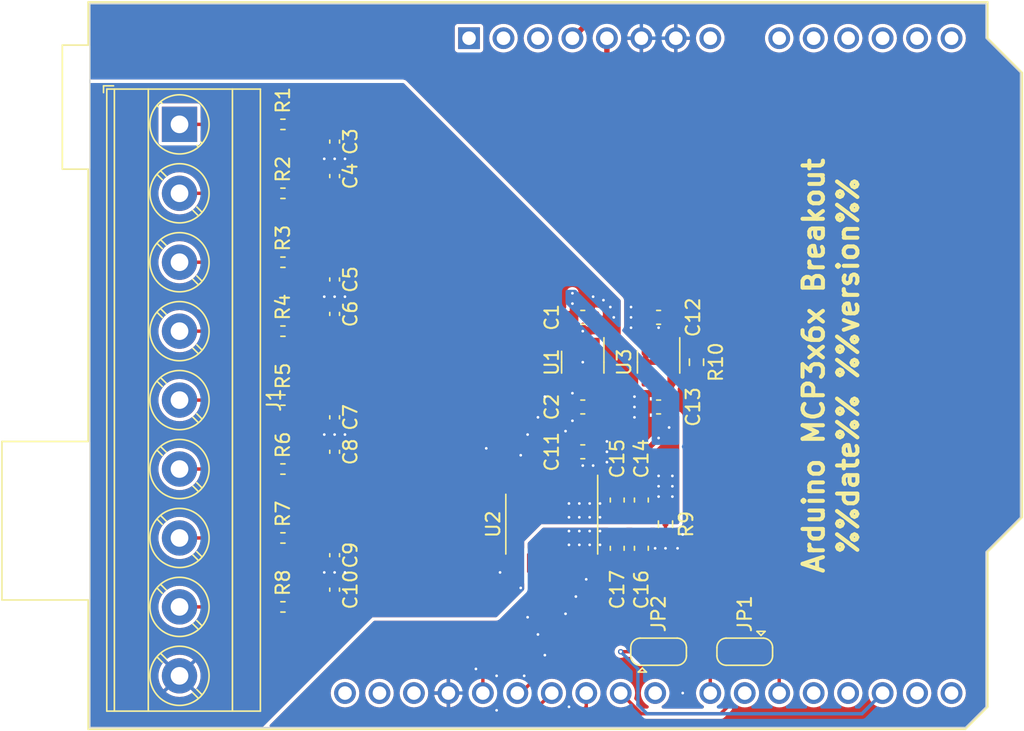
<source format=kicad_pcb>
(kicad_pcb (version 20221018) (generator pcbnew)
  (title_block (title "Arduino MCP3x6xR Breakout") (date "2023-10-10") (company "Stefan Herold") (comment 1 "https://github.com/nerdyscout/Arduino_MCP3x6x_Library/pcb/Arduino") (comment 2 "UNO") (comment 4 "CERN-OHL-S-2.0"))
  (layers (0 "F.Cu" signal) (31 "B.Cu" signal) (34 "B.Paste" user) (35 "F.Paste" user) (36 "B.SilkS" user "B.Silkscreen") (37 "F.SilkS" user "F.Silkscreen") (38 "B.Mask" user) (39 "F.Mask" user) (44 "Edge.Cuts" user))
  (net 0 "")
  (net 4 "VDD")
  (net 5 "+5V")
  (net 15 "Net-(A1-Pad17)")
  (net 18 "Net-(A1-Pad20)")
  (net 20 "unconnected-(A1-Pad24)")
  (net 22 "GNDD")
  (net 23 "/MCLK")
  (net 24 "/IRQ")
  (net 25 "/SS")
  (net 26 "/MOSI")
  (net 27 "/MISO")
  (net 28 "/SCK")
  (net 31 "VDDA")
  (net 32 "GNDA")
  (net 33 "Net-(C11-Pad1)")
  (net 34 "Net-(C3-Pad1)")
  (net 35 "Net-(C4-Pad2)")
  (net 36 "Net-(C5-Pad1)")
  (net 37 "Net-(C6-Pad2)")
  (net 38 "Net-(C7-Pad1)")
  (net 39 "Net-(C8-Pad2)")
  (net 40 "Net-(C9-Pad1)")
  (net 41 "Net-(C10-Pad2)")
  (net 44 "Net-(A1-Pad22)")
  (net 46 "Net-(J1-Pad1)")
  (net 47 "Net-(J1-Pad2)")
  (net 48 "Net-(J1-Pad3)")
  (net 49 "Net-(J1-Pad4)")
  (net 50 "Net-(J1-Pad5)")
  (net 51 "Net-(J1-Pad6)")
  (net 52 "Net-(J1-Pad7)")
  (net 53 "Net-(J1-Pad8)")
  (footprint "Capacitor_SMD:C_0603_1608Metric" (layer "F.Cu") (at 140.97 103.124 180)
    (fp_text reference "C12" (at -2.54 0 90) (layer "F.SilkS"))
    (fp_text value "100n")
    (pad "1" smd roundrect (at -0.775 0 180) (size 0.9 0.95) (layers "F.Cu" "F.Paste" "F.Mask") (net 5 "+5V"))
    (pad "2" smd roundrect (at 0.775 0 180) (size 0.9 0.95) (layers "F.Cu" "F.Paste" "F.Mask") (net 22 "GNDD"))
  )
  (footprint "Resistor_SMD:R_0402_1005Metric" (layer "F.Cu") (at 113.286 99.06)
    (fp_text reference "R3" (at 0 -1.778 90) (layer "F.SilkS"))
    (fp_text value "1k")
    (pad "1" smd roundrect (at -0.51 0) (size 0.54 0.64) (layers "F.Cu" "F.Paste" "F.Mask") (net 48 "Net-(J1-Pad3)"))
    (pad "2" smd roundrect (at 0.51 0) (size 0.54 0.64) (layers "F.Cu" "F.Paste" "F.Mask") (net 36 "Net-(C5-Pad1)"))
  )
  (footprint "Capacitor_SMD:C_0402_1005Metric" (layer "F.Cu") (at 117.096 120.65 -90)
    (fp_text reference "C9" (at 0 -1.16 90) (layer "F.SilkS"))
    (fp_text value "10p")
    (pad "1" smd roundrect (at -0.48 0 270) (size 0.56 0.62) (layers "F.Cu" "F.Paste" "F.Mask") (net 40 "Net-(C9-Pad1)"))
    (pad "2" smd roundrect (at 0.48 0 270) (size 0.56 0.62) (layers "F.Cu" "F.Paste" "F.Mask") (net 32 "GNDA"))
  )
  (footprint "Capacitor_SMD:C_0402_1005Metric" (layer "F.Cu") (at 117.096 100.33 -90)
    (fp_text reference "C5" (at 0 -1.16 90) (layer "F.SilkS"))
    (fp_text value "10p")
    (pad "1" smd roundrect (at -0.48 0 270) (size 0.56 0.62) (layers "F.Cu" "F.Paste" "F.Mask") (net 36 "Net-(C5-Pad1)"))
    (pad "2" smd roundrect (at 0.48 0 270) (size 0.56 0.62) (layers "F.Cu" "F.Paste" "F.Mask") (net 32 "GNDA"))
  )
  (footprint "Resistor_SMD:R_0402_1005Metric" (layer "F.Cu") (at 113.286 124.46)
    (fp_text reference "R8" (at -0.002 -1.778 90) (layer "F.SilkS"))
    (fp_text value "1k")
    (pad "1" smd roundrect (at -0.51 0) (size 0.54 0.64) (layers "F.Cu" "F.Paste" "F.Mask") (net 53 "Net-(J1-Pad8)"))
    (pad "2" smd roundrect (at 0.51 0) (size 0.54 0.64) (layers "F.Cu" "F.Paste" "F.Mask") (net 41 "Net-(C10-Pad2)"))
  )
  (footprint "Resistor_SMD:R_0603_1608Metric" (layer "F.Cu") (at 143.764 106.426 -90)
    (fp_text reference "R10" (at 0 -1.43 90) (layer "F.SilkS"))
    (fp_text value "DNP")
    (pad "1" smd roundrect (at -0.825 0 270) (size 0.8 0.95) (layers "F.Cu" "F.Paste" "F.Mask") (net 5 "+5V"))
    (pad "2" smd roundrect (at 0.825 0 270) (size 0.8 0.95) (layers "F.Cu" "F.Paste" "F.Mask") (net 31 "VDDA"))
  )
  (footprint "Capacitor_SMD:C_0603_1608Metric" (layer "F.Cu") (at 137.922 116.586 -90)
    (fp_text reference "C15" (at -3.048 0 90) (layer "F.SilkS"))
    (fp_text value "1n")
    (pad "1" smd roundrect (at -0.775 0 270) (size 0.9 0.95) (layers "F.Cu" "F.Paste" "F.Mask") (net 31 "VDDA"))
    (pad "2" smd roundrect (at 0.775 0 270) (size 0.9 0.95) (layers "F.Cu" "F.Paste" "F.Mask") (net 32 "GNDA"))
  )
  (footprint "Package_SO:TSSOP-20_4.4x6.5mm_P0.65mm" (layer "F.Cu") (at 133.096 118.364 -90)
    (fp_text reference "U2" (at 0 4.318 90) (layer "F.SilkS"))
    (fp_text value "MCP3x64/ST")
    (pad "1" smd roundrect (at -2.8625 -2.925 270) (size 1.475 0.4) (layers "F.Cu" "F.Paste" "F.Mask") (net 31 "VDDA"))
    (pad "2" smd roundrect (at -2.8625 -2.275 270) (size 1.475 0.4) (layers "F.Cu" "F.Paste" "F.Mask") (net 32 "GNDA"))
    (pad "3" smd roundrect (at -2.8625 -1.625 270) (size 1.475 0.4) (layers "F.Cu" "F.Paste" "F.Mask") (net 32 "GNDA"))
    (pad "4" smd roundrect (at -2.8625 -0.975 270) (size 1.475 0.4) (layers "F.Cu" "F.Paste" "F.Mask") (net 33 "Net-(C11-Pad1)"))
    (pad "5" smd roundrect (at -2.8625 -0.325 270) (size 1.475 0.4) (layers "F.Cu" "F.Paste" "F.Mask") (net 34 "Net-(C3-Pad1)"))
    (pad "6" smd roundrect (at -2.8625 0.325 270) (size 1.475 0.4) (layers "F.Cu" "F.Paste" "F.Mask") (net 35 "Net-(C4-Pad2)"))
    (pad "7" smd roundrect (at -2.8625 0.975 270) (size 1.475 0.4) (layers "F.Cu" "F.Paste" "F.Mask") (net 36 "Net-(C5-Pad1)"))
    (pad "8" smd roundrect (at -2.8625 1.625 270) (size 1.475 0.4) (layers "F.Cu" "F.Paste" "F.Mask") (net 37 "Net-(C6-Pad2)"))
    (pad "9" smd roundrect (at -2.8625 2.275 270) (size 1.475 0.4) (layers "F.Cu" "F.Paste" "F.Mask") (net 38 "Net-(C7-Pad1)"))
    (pad "10" smd roundrect (at -2.8625 2.925 270) (size 1.475 0.4) (layers "F.Cu" "F.Paste" "F.Mask") (net 39 "Net-(C8-Pad2)"))
    (pad "11" smd roundrect (at 2.8625 2.925 270) (size 1.475 0.4) (layers "F.Cu" "F.Paste" "F.Mask") (net 40 "Net-(C9-Pad1)"))
    (pad "12" smd roundrect (at 2.8625 2.275 270) (size 1.475 0.4) (layers "F.Cu" "F.Paste" "F.Mask") (net 41 "Net-(C10-Pad2)"))
    (pad "13" smd roundrect (at 2.8625 1.625 270) (size 1.475 0.4) (layers "F.Cu" "F.Paste" "F.Mask") (net 25 "/SS"))
    (pad "14" smd roundrect (at 2.8625 0.975 270) (size 1.475 0.4) (layers "F.Cu" "F.Paste" "F.Mask") (net 28 "/SCK"))
    (pad "15" smd roundrect (at 2.8625 0.325 270) (size 1.475 0.4) (layers "F.Cu" "F.Paste" "F.Mask") (net 26 "/MOSI"))
    (pad "16" smd roundrect (at 2.8625 -0.325 270) (size 1.475 0.4) (layers "F.Cu" "F.Paste" "F.Mask") (net 27 "/MISO"))
    (pad "17" smd roundrect (at 2.8625 -0.975 270) (size 1.475 0.4) (layers "F.Cu" "F.Paste" "F.Mask") (net 24 "/IRQ"))
    (pad "18" smd roundrect (at 2.8625 -1.625 270) (size 1.475 0.4) (layers "F.Cu" "F.Paste" "F.Mask") (net 23 "/MCLK"))
    (pad "19" smd roundrect (at 2.8625 -2.275 270) (size 1.475 0.4) (layers "F.Cu" "F.Paste" "F.Mask") (net 22 "GNDD"))
    (pad "20" smd roundrect (at 2.8625 -2.925 270) (size 1.475 0.4) (layers "F.Cu" "F.Paste" "F.Mask") (net 4 "VDD"))
  )
  (footprint "Capacitor_SMD:C_0603_1608Metric" (layer "F.Cu") (at 140.97 109.728 180)
    (fp_text reference "C13" (at -2.54 0 90) (layer "F.SilkS"))
    (fp_text value "100n")
    (pad "1" smd roundrect (at -0.775 0 180) (size 0.9 0.95) (layers "F.Cu" "F.Paste" "F.Mask") (net 31 "VDDA"))
    (pad "2" smd roundrect (at 0.775 0 180) (size 0.9 0.95) (layers "F.Cu" "F.Paste" "F.Mask") (net 32 "GNDA"))
  )
  (footprint "Capacitor_SMD:C_0603_1608Metric" (layer "F.Cu") (at 135.382 109.728 180)
    (fp_text reference "C2" (at 2.286 0 90) (layer "F.SilkS"))
    (fp_text value "100n")
    (pad "1" smd roundrect (at -0.775 0 180) (size 0.9 0.95) (layers "F.Cu" "F.Paste" "F.Mask") (net 33 "Net-(C11-Pad1)"))
    (pad "2" smd roundrect (at 0.775 0 180) (size 0.9 0.95) (layers "F.Cu" "F.Paste" "F.Mask") (net 32 "GNDA"))
  )
  (footprint "Resistor_SMD:R_0603_1608Metric" (layer "F.Cu") (at 141.478 118.364 90)
    (fp_text reference "R9" (at 0 1.524 90) (layer "F.SilkS"))
    (fp_text value "0")
    (pad "1" smd roundrect (at -0.825 0 90) (size 0.8 0.95) (layers "F.Cu" "F.Paste" "F.Mask") (net 22 "GNDD"))
    (pad "2" smd roundrect (at 0.825 0 90) (size 0.8 0.95) (layers "F.Cu" "F.Paste" "F.Mask") (net 32 "GNDA"))
  )
  (footprint "Capacitor_SMD:C_0603_1608Metric" (layer "F.Cu") (at 139.7 120.142 90)
    (fp_text reference "C16" (at -3.048 0 90) (layer "F.SilkS"))
    (fp_text value "100n")
    (pad "1" smd roundrect (at -0.775 0 90) (size 0.9 0.95) (layers "F.Cu" "F.Paste" "F.Mask") (net 4 "VDD"))
    (pad "2" smd roundrect (at 0.775 0 90) (size 0.9 0.95) (layers "F.Cu" "F.Paste" "F.Mask") (net 22 "GNDD"))
  )
  (footprint "Capacitor_SMD:C_0402_1005Metric" (layer "F.Cu") (at 117.096 123.19 -90)
    (fp_text reference "C10" (at 0 -1.16 90) (layer "F.SilkS"))
    (fp_text value "10p")
    (pad "1" smd roundrect (at -0.48 0 270) (size 0.56 0.62) (layers "F.Cu" "F.Paste" "F.Mask") (net 32 "GNDA"))
    (pad "2" smd roundrect (at 0.48 0 270) (size 0.56 0.62) (layers "F.Cu" "F.Paste" "F.Mask") (net 41 "Net-(C10-Pad2)"))
  )
  (footprint "Capacitor_SMD:C_0402_1005Metric" (layer "F.Cu") (at 117.096 110.49 -90)
    (fp_text reference "C7" (at 0 -1.16 90) (layer "F.SilkS"))
    (fp_text value "10p")
    (pad "1" smd roundrect (at -0.48 0 270) (size 0.56 0.62) (layers "F.Cu" "F.Paste" "F.Mask") (net 38 "Net-(C7-Pad1)"))
    (pad "2" smd roundrect (at 0.48 0 270) (size 0.56 0.62) (layers "F.Cu" "F.Paste" "F.Mask") (net 32 "GNDA"))
  )
  (footprint "Resistor_SMD:R_0402_1005Metric" (layer "F.Cu") (at 113.286 93.98)
    (fp_text reference "R2" (at 0 -1.778 90) (layer "F.SilkS"))
    (fp_text value "1k")
    (pad "1" smd roundrect (at -0.51 0) (size 0.54 0.64) (layers "F.Cu" "F.Paste" "F.Mask") (net 47 "Net-(J1-Pad2)"))
    (pad "2" smd roundrect (at 0.51 0) (size 0.54 0.64) (layers "F.Cu" "F.Paste" "F.Mask") (net 35 "Net-(C4-Pad2)"))
  )
  (footprint "Resistor_SMD:R_0402_1005Metric" (layer "F.Cu") (at 113.286 88.9)
    (fp_text reference "R1" (at 0 -1.778 90) (layer "F.SilkS"))
    (fp_text value "1k")
    (pad "1" smd roundrect (at -0.51 0) (size 0.54 0.64) (layers "F.Cu" "F.Paste" "F.Mask") (net 46 "Net-(J1-Pad1)"))
    (pad "2" smd roundrect (at 0.51 0) (size 0.54 0.64) (layers "F.Cu" "F.Paste" "F.Mask") (net 34 "Net-(C3-Pad1)"))
  )
  (footprint "Resistor_SMD:R_0402_1005Metric" (layer "F.Cu") (at 113.286 119.38)
    (fp_text reference "R7" (at 0 -1.778 90) (layer "F.SilkS"))
    (fp_text value "1k")
    (pad "1" smd roundrect (at -0.51 0) (size 0.54 0.64) (layers "F.Cu" "F.Paste" "F.Mask") (net 52 "Net-(J1-Pad7)"))
    (pad "2" smd roundrect (at 0.51 0) (size 0.54 0.64) (layers "F.Cu" "F.Paste" "F.Mask") (net 40 "Net-(C9-Pad1)"))
  )
  (footprint "Capacitor_SMD:C_0402_1005Metric" (layer "F.Cu") (at 117.096 90.17 -90)
    (fp_text reference "C3" (at 0 -1.16 90) (layer "F.SilkS"))
    (fp_text value "10p")
    (pad "1" smd roundrect (at -0.48 0 270) (size 0.56 0.62) (layers "F.Cu" "F.Paste" "F.Mask") (net 34 "Net-(C3-Pad1)"))
    (pad "2" smd roundrect (at 0.48 0 270) (size 0.56 0.62) (layers "F.Cu" "F.Paste" "F.Mask") (net 32 "GNDA"))
  )
  (footprint "Module:Arduino_UNO_R3" (layer "F.Cu") (at 127 82.55)
    (fp_text reference "A1" hide)
    (fp_text value "Arduino_Leonardo")
    (pad "1" thru_hole rect locked (at 0 0 90) (size 1.6 1.6) (drill 1) (layers "*.Cu" "*.Mask"))
    (pad "2" thru_hole oval locked (at 2.54 0 90) (size 1.6 1.6) (drill 1) (layers "*.Cu" "*.Mask"))
    (pad "3" thru_hole oval locked (at 5.08 0 90) (size 1.6 1.6) (drill 1) (layers "*.Cu" "*.Mask"))
    (pad "4" thru_hole oval locked (at 7.62 0 90) (size 1.6 1.6) (drill 1) (layers "*.Cu" "*.Mask") (net 4 "VDD"))
    (pad "5" thru_hole oval locked (at 10.16 0 90) (size 1.6 1.6) (drill 1) (layers "*.Cu" "*.Mask") (net 5 "+5V"))
    (pad "6" thru_hole oval locked (at 12.7 0 90) (size 1.6 1.6) (drill 1) (layers "*.Cu" "*.Mask") (net 22 "GNDD"))
    (pad "7" thru_hole oval locked (at 15.24 0 90) (size 1.6 1.6) (drill 1) (layers "*.Cu" "*.Mask") (net 22 "GNDD"))
    (pad "8" thru_hole oval locked (at 17.78 0 90) (size 1.6 1.6) (drill 1) (layers "*.Cu" "*.Mask"))
    (pad "9" thru_hole oval locked (at 22.86 0 90) (size 1.6 1.6) (drill 1) (layers "*.Cu" "*.Mask"))
    (pad "10" thru_hole oval locked (at 25.4 0 90) (size 1.6 1.6) (drill 1) (layers "*.Cu" "*.Mask"))
    (pad "11" thru_hole oval locked (at 27.94 0 90) (size 1.6 1.6) (drill 1) (layers "*.Cu" "*.Mask"))
    (pad "12" thru_hole oval locked (at 30.48 0 90) (size 1.6 1.6) (drill 1) (layers "*.Cu" "*.Mask"))
    (pad "13" thru_hole oval locked (at 33.02 0 90) (size 1.6 1.6) (drill 1) (layers "*.Cu" "*.Mask"))
    (pad "14" thru_hole oval locked (at 35.56 0 90) (size 1.6 1.6) (drill 1) (layers "*.Cu" "*.Mask"))
    (pad "15" thru_hole oval locked (at 35.56 48.26 90) (size 1.6 1.6) (drill 1) (layers "*.Cu" "*.Mask"))
    (pad "16" thru_hole oval locked (at 33.02 48.26 90) (size 1.6 1.6) (drill 1) (layers "*.Cu" "*.Mask"))
    (pad "17" thru_hole oval locked (at 30.48 48.26 90) (size 1.6 1.6) (drill 1) (layers "*.Cu" "*.Mask") (net 15 "Net-(A1-Pad17)"))
    (pad "18" thru_hole oval locked (at 27.94 48.26 90) (size 1.6 1.6) (drill 1) (layers "*.Cu" "*.Mask"))
    (pad "19" thru_hole oval locked (at 25.4 48.26 90) (size 1.6 1.6) (drill 1) (layers "*.Cu" "*.Mask"))
    (pad "20" thru_hole oval locked (at 22.86 48.26 90) (size 1.6 1.6) (drill 1) (layers "*.Cu" "*.Mask") (net 18 "Net-(A1-Pad20)"))
    (pad "21" thru_hole oval locked (at 20.32 48.26 90) (size 1.6 1.6) (drill 1) (layers "*.Cu" "*.Mask"))
    (pad "22" thru_hole oval locked (at 17.78 48.26 90) (size 1.6 1.6) (drill 1) (layers "*.Cu" "*.Mask") (net 44 "Net-(A1-Pad22)"))
    (pad "23" thru_hole oval locked (at 13.72 48.26 90) (size 1.6 1.6) (drill 1) (layers "*.Cu" "*.Mask"))
    (pad "24" thru_hole oval locked (at 11.18 48.26 90) (size 1.6 1.6) (drill 1) (layers "*.Cu" "*.Mask") (net 20 "unconnected-(A1-Pad24)"))
    (pad "25" thru_hole oval locked (at 8.64 48.26 90) (size 1.6 1.6) (drill 1) (layers "*.Cu" "*.Mask") (net 25 "/SS"))
    (pad "26" thru_hole oval locked (at 6.1 48.26 90) (size 1.6 1.6) (drill 1) (layers "*.Cu" "*.Mask") (net 26 "/MOSI"))
    (pad "27" thru_hole oval locked (at 3.56 48.26 90) (size 1.6 1.6) (drill 1) (layers "*.Cu" "*.Mask") (net 27 "/MISO"))
    (pad "28" thru_hole oval locked (at 1.02 48.26 90) (size 1.6 1.6) (drill 1) (layers "*.Cu" "*.Mask") (net 28 "/SCK"))
    (pad "29" thru_hole oval locked (at -1.52 48.26 90) (size 1.6 1.6) (drill 1) (layers "*.Cu" "*.Mask") (net 22 "GNDD"))
    (pad "30" thru_hole oval locked (at -4.06 48.26 90) (size 1.6 1.6) (drill 1) (layers "*.Cu" "*.Mask"))
    (pad "31" thru_hole oval locked (at -6.6 48.26 90) (size 1.6 1.6) (drill 1) (layers "*.Cu" "*.Mask"))
    (pad "32" thru_hole oval locked (at -9.14 48.26 90) (size 1.6 1.6) (drill 1) (layers "*.Cu" "*.Mask"))
  )
  (footprint "Capacitor_SMD:C_0603_1608Metric" (layer "F.Cu") (at 135.382 113.03)
    (fp_text reference "C11" (at -2.286 0 90) (layer "F.SilkS"))
    (fp_text value "1n")
    (pad "1" smd roundrect (at -0.775 0) (size 0.9 0.95) (layers "F.Cu" "F.Paste" "F.Mask") (net 33 "Net-(C11-Pad1)"))
    (pad "2" smd roundrect (at 0.775 0) (size 0.9 0.95) (layers "F.Cu" "F.Paste" "F.Mask") (net 32 "GNDA"))
  )
  (footprint "Resistor_SMD:R_0402_1005Metric" (layer "F.Cu") (at 113.286 104.14)
    (fp_text reference "R4" (at -0.002 -1.778 90) (layer "F.SilkS"))
    (fp_text value "1k")
    (pad "1" smd roundrect (at -0.51 0) (size 0.54 0.64) (layers "F.Cu" "F.Paste" "F.Mask") (net 49 "Net-(J1-Pad4)"))
    (pad "2" smd roundrect (at 0.51 0) (size 0.54 0.64) (layers "F.Cu" "F.Paste" "F.Mask") (net 37 "Net-(C6-Pad2)"))
  )
  (footprint "TerminalBlock_Phoenix:TerminalBlock_Phoenix_MKDS-3-9-5.08_1x09_P5.08mm_Horizontal" (layer "F.Cu") (at 105.664 88.9 -90)
    (fp_text reference "J1" (at 20.32 -6.96 90) (layer "F.SilkS"))
    (fp_text value "Conn_01x09")
    (pad "1" thru_hole rect (at 0 0 270) (size 2.6 2.6) (drill 1.3) (layers "*.Cu" "*.Mask") (net 46 "Net-(J1-Pad1)"))
    (pad "2" thru_hole circle (at 5.08 0 270) (size 2.6 2.6) (drill 1.3) (layers "*.Cu" "*.Mask") (net 47 "Net-(J1-Pad2)"))
    (pad "3" thru_hole circle (at 10.16 0 270) (size 2.6 2.6) (drill 1.3) (layers "*.Cu" "*.Mask") (net 48 "Net-(J1-Pad3)"))
    (pad "4" thru_hole circle (at 15.24 0 270) (size 2.6 2.6) (drill 1.3) (layers "*.Cu" "*.Mask") (net 49 "Net-(J1-Pad4)"))
    (pad "5" thru_hole circle (at 20.32 0 270) (size 2.6 2.6) (drill 1.3) (layers "*.Cu" "*.Mask") (net 50 "Net-(J1-Pad5)"))
    (pad "6" thru_hole circle (at 25.4 0 270) (size 2.6 2.6) (drill 1.3) (layers "*.Cu" "*.Mask") (net 51 "Net-(J1-Pad6)"))
    (pad "7" thru_hole circle (at 30.48 0 270) (size 2.6 2.6) (drill 1.3) (layers "*.Cu" "*.Mask") (net 52 "Net-(J1-Pad7)"))
    (pad "8" thru_hole circle (at 35.56 0 270) (size 2.6 2.6) (drill 1.3) (layers "*.Cu" "*.Mask") (net 53 "Net-(J1-Pad8)"))
    (pad "9" thru_hole circle (at 40.64 0 270) (size 2.6 2.6) (drill 1.3) (layers "*.Cu" "*.Mask") (net 32 "GNDA"))
  )
  (footprint "Capacitor_SMD:C_0402_1005Metric" (layer "F.Cu") (at 117.096 102.87 -90)
    (fp_text reference "C6" (at 0 -1.16 90) (layer "F.SilkS"))
    (fp_text value "10p")
    (pad "1" smd roundrect (at -0.48 0 270) (size 0.56 0.62) (layers "F.Cu" "F.Paste" "F.Mask") (net 32 "GNDA"))
    (pad "2" smd roundrect (at 0.48 0 270) (size 0.56 0.62) (layers "F.Cu" "F.Paste" "F.Mask") (net 37 "Net-(C6-Pad2)"))
  )
  (footprint "Capacitor_SMD:C_0603_1608Metric" (layer "F.Cu") (at 135.382 103.124)
    (fp_text reference "C1" (at -2.286 0 90) (layer "F.SilkS"))
    (fp_text value "100n")
    (pad "1" smd roundrect (at -0.775 0) (size 0.9 0.95) (layers "F.Cu" "F.Paste" "F.Mask") (net 31 "VDDA"))
    (pad "2" smd roundrect (at 0.775 0) (size 0.9 0.95) (layers "F.Cu" "F.Paste" "F.Mask") (net 32 "GNDA"))
  )
  (footprint "Capacitor_SMD:C_0402_1005Metric" (layer "F.Cu") (at 117.096 92.71 -90)
    (fp_text reference "C4" (at 0 -1.16 90) (layer "F.SilkS"))
    (fp_text value "10p")
    (pad "1" smd roundrect (at -0.48 0 270) (size 0.56 0.62) (layers "F.Cu" "F.Paste" "F.Mask") (net 32 "GNDA"))
    (pad "2" smd roundrect (at 0.48 0 270) (size 0.56 0.62) (layers "F.Cu" "F.Paste" "F.Mask") (net 35 "Net-(C4-Pad2)"))
  )
  (footprint "Resistor_SMD:R_0402_1005Metric" (layer "F.Cu") (at 113.286 114.3)
    (fp_text reference "R6" (at -0.002 -1.778 90) (layer "F.SilkS"))
    (fp_text value "1k")
    (pad "1" smd roundrect (at -0.51 0) (size 0.54 0.64) (layers "F.Cu" "F.Paste" "F.Mask") (net 51 "Net-(J1-Pad6)"))
    (pad "2" smd roundrect (at 0.51 0) (size 0.54 0.64) (layers "F.Cu" "F.Paste" "F.Mask") (net 39 "Net-(C8-Pad2)"))
  )
  (footprint "Jumper:SolderJumper-3_P1.3mm_Open_RoundedPad1.0x1.5mm" (layer "F.Cu") (at 140.97 127.762)
    (fp_text reference "JP2" (at 0 -2.794 90) (layer "F.SilkS"))
    (fp_text value "SolderJumper_3_Open")
    (pad "1" smd custom (at -1.3 0) (size 1 0.5) (layers "F.Cu" "F.Mask") (net 15 "Net-(A1-Pad17)") (options (clearance outline) (anchor rect)) (primitives (gr_circle (center 0 0.25) (end 0.5 0.25) (width 0) (fill yes)) (gr_circle (center 0 -0.25) (end 0.5 -0.25) (width 0) (fill yes)) (gr_poly (pts (xy 0.55 0.75) (xy 0 0.75) (xy 0 -0.75) (xy 0.55 -0.75)) (width 0) (fill yes))))
    (pad "2" smd rect (at 0 0) (size 1 1.5) (layers "F.Cu" "F.Mask") (net 24 "/IRQ"))
    (pad "3" smd custom (at 1.3 0) (size 1 0.5) (layers "F.Cu" "F.Mask") (net 44 "Net-(A1-Pad22)") (options (clearance outline) (anchor rect)) (primitives (gr_circle (center 0 0.25) (end 0.5 0.25) (width 0) (fill yes)) (gr_circle (center 0 -0.25) (end 0.5 -0.25) (width 0) (fill yes)) (gr_poly (pts (xy 0 0.75) (xy -0.55 0.75) (xy -0.55 -0.75) (xy 0 -0.75)) (width 0) (fill yes))))
  )
  (footprint "Jumper:SolderJumper-3_P1.3mm_Open_RoundedPad1.0x1.5mm" (layer "F.Cu") (at 147.32 127.762 180)
    (fp_text reference "JP1" (at 0 2.794 90) (layer "F.SilkS"))
    (fp_text value "SolderJumper_3_Open")
    (pad "1" smd custom (at -1.3 0 180) (size 1 0.5) (layers "F.Cu" "F.Mask") (net 18 "Net-(A1-Pad20)") (options (clearance outline) (anchor rect)) (primitives (gr_circle (center 0 0.25) (end 0.5 0.25) (width 0) (fill yes)) (gr_circle (center 0 -0.25) (end 0.5 -0.25) (width 0) (fill yes)) (gr_poly (pts (xy 0.55 0.75) (xy 0 0.75) (xy 0 -0.75) (xy 0.55 -0.75)) (width 0) (fill yes))))
    (pad "2" smd rect (at 0 0 180) (size 1 1.5) (layers "F.Cu" "F.Mask") (net 23 "/MCLK"))
    (pad "3" smd custom (at 1.3 0 180) (size 1 0.5) (layers "F.Cu" "F.Mask") (net 20 "unconnected-(A1-Pad24)") (options (clearance outline) (anchor rect)) (primitives (gr_circle (center 0 0.25) (end 0.5 0.25) (width 0) (fill yes)) (gr_circle (center 0 -0.25) (end 0.5 -0.25) (width 0) (fill yes)) (gr_poly (pts (xy 0 0.75) (xy -0.55 0.75) (xy -0.55 -0.75) (xy 0 -0.75)) (width 0) (fill yes))))
  )
  (footprint "Package_TO_SOT_SMD:SOT-23-5" (layer "F.Cu") (at 140.97 106.426 -90)
    (fp_text reference "U3" (at 0 2.54 90) (layer "F.SilkS"))
    (fp_text value "NCP163ASN330T1G")
    (pad "1" smd roundrect (at -1.1375 -0.95 270) (size 1.325 0.6) (layers "F.Cu" "F.Paste" "F.Mask") (net 5 "+5V"))
    (pad "2" smd roundrect (at -1.1375 0 270) (size 1.325 0.6) (layers "F.Cu" "F.Paste" "F.Mask") (net 22 "GNDD"))
    (pad "3" smd roundrect (at -1.1375 0.95 270) (size 1.325 0.6) (layers "F.Cu" "F.Paste" "F.Mask") (net 5 "+5V"))
    (pad "4" smd roundrect (at 1.1375 0.95 270) (size 1.325 0.6) (layers "F.Cu" "F.Paste" "F.Mask"))
    (pad "5" smd roundrect (at 1.1375 -0.95 270) (size 1.325 0.6) (layers "F.Cu" "F.Paste" "F.Mask") (net 31 "VDDA"))
  )
  (footprint "Package_TO_SOT_SMD:SOT-23-5" (layer "F.Cu") (at 135.382 106.426 -90)
    (fp_text reference "U1" (at 0 2.286 -270) (layer "F.SilkS"))
    (fp_text value "LM4132xMF-3.3")
    (pad "1" smd roundrect (at -1.1375 -0.95 270) (size 1.325 0.6) (layers "F.Cu" "F.Paste" "F.Mask"))
    (pad "2" smd roundrect (at -1.1375 0 270) (size 1.325 0.6) (layers "F.Cu" "F.Paste" "F.Mask") (net 32 "GNDA"))
    (pad "3" smd roundrect (at -1.1375 0.95 270) (size 1.325 0.6) (layers "F.Cu" "F.Paste" "F.Mask") (net 31 "VDDA"))
    (pad "4" smd roundrect (at 1.1375 0.95 270) (size 1.325 0.6) (layers "F.Cu" "F.Paste" "F.Mask") (net 31 "VDDA"))
    (pad "5" smd roundrect (at 1.1375 -0.95 270) (size 1.325 0.6) (layers "F.Cu" "F.Paste" "F.Mask") (net 33 "Net-(C11-Pad1)"))
  )
  (footprint "Capacitor_SMD:C_0603_1608Metric" (layer "F.Cu") (at 139.7 116.586 -90)
    (fp_text reference "C14" (at -3.048 0 90) (layer "F.SilkS"))
    (fp_text value "100n")
    (pad "1" smd roundrect (at -0.775 0 270) (size 0.9 0.95) (layers "F.Cu" "F.Paste" "F.Mask") (net 31 "VDDA"))
    (pad "2" smd roundrect (at 0.775 0 270) (size 0.9 0.95) (layers "F.Cu" "F.Paste" "F.Mask") (net 32 "GNDA"))
  )
  (footprint "Capacitor_SMD:C_0402_1005Metric" (layer "F.Cu") (at 117.096 113.03 -90)
    (fp_text reference "C8" (at 0 -1.16 90) (layer "F.SilkS"))
    (fp_text value "10p")
    (pad "1" smd roundrect (at -0.48 0 270) (size 0.56 0.62) (layers "F.Cu" "F.Paste" "F.Mask") (net 32 "GNDA"))
    (pad "2" smd roundrect (at 0.48 0 270) (size 0.56 0.62) (layers "F.Cu" "F.Paste" "F.Mask") (net 39 "Net-(C8-Pad2)"))
  )
  (footprint "Resistor_SMD:R_0402_1005Metric" (layer "F.Cu") (at 113.286 109.22)
    (fp_text reference "R5" (at 0 -1.778 90) (layer "F.SilkS"))
    (fp_text value "1k")
    (pad "1" smd roundrect (at -0.51 0) (size 0.54 0.64) (layers "F.Cu" "F.Paste" "F.Mask") (net 50 "Net-(J1-Pad5)"))
    (pad "2" smd roundrect (at 0.51 0) (size 0.54 0.64) (layers "F.Cu" "F.Paste" "F.Mask") (net 38 "Net-(C7-Pad1)"))
  )
  (footprint "Capacitor_SMD:C_0603_1608Metric" (layer "F.Cu") (at 137.922 120.142 90)
    (fp_text reference "C17" (at -3.048 0 90) (layer "F.SilkS"))
    (fp_text value "1n")
    (pad "1" smd roundrect (at -0.775 0 90) (size 0.9 0.95) (layers "F.Cu" "F.Paste" "F.Mask") (net 4 "VDD"))
    (pad "2" smd roundrect (at 0.775 0 90) (size 0.9 0.95) (layers "F.Cu" "F.Paste" "F.Mask") (net 22 "GNDD"))
  )
  (gr_poly (pts (xy 165.1 82.55) (xy 167.64 85.09) (xy 167.64 117.856) (xy 165.1 120.396) (xy 165.1 131.826) (xy 163.576 133.35) (xy 99.06 133.35) (xy 99.06 80.01) (xy 165.1 80.01)) (stroke (width 0.1)) (fill none) (layer "Edge.Cuts"))
  (gr_text "%%date%% %%version%%" (at 154.94 106.68 90) (layer "F.SilkS") (effects (font (size 1.5 1.5) (thickness 0.3))))
  (gr_text "Arduino MCP3x6x Breakout" (at 152.4 106.68 90) (layer "F.SilkS") (effects (font (size 1.5 1.5) (thickness 0.3))))
  (segment (start 140.208 81.026) (end 136.144 81.026) (width 0.4) (layer "F.Cu") (net 4))
  (segment (start 142.735 120.917) (end 146.05 117.602) (width 0.4) (layer "F.Cu") (net 4))
  (segment (start 146.05 117.602) (end 146.05 94.488) (width 0.4) (layer "F.Cu") (net 4))
  (segment (start 137.909 120.904) (end 137.922 120.917) (width 0.4) (layer "F.Cu") (net 4))
  (segment (start 136.144 81.026) (end 134.62 82.55) (width 0.4) (layer "F.Cu") (net 4))
  (segment (start 140.97 81.788) (end 140.208 81.026) (width 0.4) (layer "F.Cu") (net 4))
  (segment (start 136.021 121.2265) (end 136.5835 121.2265) (width 0.4) (layer "F.Cu") (net 4))
  (segment (start 139.7 120.917) (end 142.735 120.917) (width 0.4) (layer "F.Cu") (net 4))
  (segment (start 140.97 89.408) (end 140.97 81.788) (width 0.4) (layer "F.Cu") (net 4))
  (segment (start 136.5835 121.2265) (end 136.906 120.904) (width 0.4) (layer "F.Cu") (net 4))
  (segment (start 136.906 120.904) (end 137.909 120.904) (width 0.4) (layer "F.Cu") (net 4))
  (segment (start 137.922 120.917) (end 139.7 120.917) (width 0.4) (layer "F.Cu") (net 4))
  (segment (start 146.05 94.488) (end 140.97 89.408) (width 0.4) (layer "F.Cu") (net 4))
  (segment (start 141.745 103.124) (end 141.745 97.041) (width 0.4) (layer "F.Cu") (net 5))
  (segment (start 143.764 105.601) (end 142.939 105.601) (width 0.4) (layer "F.Cu") (net 5))
  (segment (start 141.745 97.041) (end 137.16 92.456) (width 0.4) (layer "F.Cu") (net 5))
  (segment (start 141.732 106.426) (end 141.92 106.238) (width 0.4) (layer "F.Cu") (net 5))
  (segment (start 141.92 104.328) (end 141.859 104.267) (width 0.4) (layer "F.Cu") (net 5))
  (segment (start 137.16 92.456) (end 137.16 82.55) (width 0.4) (layer "F.Cu") (net 5))
  (segment (start 142.939 105.601) (end 142.6265 105.2885) (width 0.4) (layer "F.Cu") (net 5))
  (segment (start 140.208 106.426) (end 141.732 106.426) (width 0.4) (layer "F.Cu") (net 5))
  (segment (start 141.92 105.2885) (end 141.92 104.328) (width 0.4) (layer "F.Cu") (net 5))
  (segment (start 142.6265 105.2885) (end 141.92 105.2885) (width 0.4) (layer "F.Cu") (net 5))
  (segment (start 140.02 105.2885) (end 140.02 106.238) (width 0.4) (layer "F.Cu") (net 5))
  (segment (start 141.745 103.124) (end 141.745 104.153) (width 0.4) (layer "F.Cu") (net 5))
  (segment (start 141.745 104.153) (end 141.859 104.267) (width 0.4) (layer "F.Cu") (net 5))
  (segment (start 140.02 106.238) (end 140.208 106.426) (width 0.4) (layer "F.Cu") (net 5))
  (segment (start 141.92 106.238) (end 141.92 105.2885) (width 0.4) (layer "F.Cu") (net 5))
  (segment (start 139.67 127.762) (end 138.176 127.762) (width 0.25) (layer "F.Cu") (net 15))
  (via (at 138.176 127.762) (size 0.4) (drill 0.2) (layers "F.Cu" "B.Cu") (net 15))
  (segment (start 138.176 127.762) (end 139.446 129.032) (width 0.25) (layer "B.Cu") (net 15))
  (segment (start 155.956 132.334) (end 157.48 130.81) (width 0.25) (layer "B.Cu") (net 15))
  (segment (start 139.446 131.6736) (end 140.1064 132.334) (width 0.25) (layer "B.Cu") (net 15))
  (segment (start 140.1064 132.334) (end 155.956 132.334) (width 0.25) (layer "B.Cu") (net 15))
  (segment (start 139.446 129.032) (end 139.446 131.6736) (width 0.25) (layer "B.Cu") (net 15))
  (segment (start 149.352 127.762) (end 149.86 128.27) (width 0.25) (layer "F.Cu") (net 18))
  (segment (start 149.86 128.27) (end 149.86 130.81) (width 0.25) (layer "F.Cu") (net 18))
  (segment (start 148.62 127.762) (end 149.352 127.762) (width 0.25) (layer "F.Cu") (net 18))
  (segment (start 146.02 131.856) (end 145.542 132.334) (width 0.25) (layer "F.Cu") (net 20))
  (segment (start 139.704 132.334) (end 138.18 130.81) (width 0.25) (layer "F.Cu") (net 20))
  (segment (start 146.02 127.762) (end 146.02 131.856) (width 0.25) (layer "F.Cu") (net 20))
  (segment (start 145.542 132.334) (end 139.704 132.334) (width 0.25) (layer "F.Cu") (net 20))
  (via (at 140.97 103.886) (size 0.4) (drill 0.2) (layers "F.Cu" "B.Cu") (net 22))
  (via (at 142.748 130.81) (size 0.4) (drill 0.2) (layers "F.Cu" "B.Cu") (net 22))
  (via (at 134.112 124.968) (size 0.4) (drill 0.2) (layers "F.Cu" "B.Cu") (net 22))
  (via (at 135.89 118.872) (size 0.4) (drill 0.2) (layers "F.Cu" "B.Cu") (net 22))
  (via (at 131.064 129.54) (size 0.4) (drill 0.2) (layers "F.Cu" "B.Cu") (net 22))
  (via (at 138.938 102.362) (size 0.4) (drill 0.2) (layers "F.Cu" "B.Cu") (net 22))
  (via (at 136.652 119.888) (size 0.4) (drill 0.2) (layers "F.Cu" "B.Cu") (net 22))
  (via (at 129.032 132.08) (size 0.4) (drill 0.2) (layers "F.Cu" "B.Cu") (net 22))
  (via (at 136.652 118.872) (size 0.4) (drill 0.2) (layers "F.Cu" "B.Cu") (net 22))
  (via (at 129.032 129.54) (size 0.4) (drill 0.2) (layers "F.Cu" "B.Cu") (net 22))
  (via (at 127.508 129.032) (size 0.4) (drill 0.2) (layers "F.Cu" "B.Cu") (net 22))
  (via (at 142.367 120.142) (size 0.4) (drill 0.2) (layers "F.Cu" "B.Cu") (net 22))
  (via (at 138.938 103.886) (size 0.4) (drill 0.2) (layers "F.Cu" "B.Cu") (net 22))
  (via (at 134.874 123.698) (size 0.4) (drill 0.2) (layers "F.Cu" "B.Cu") (net 22))
  (via (at 135.89 119.888) (size 0.4) (drill 0.2) (layers "F.Cu" "B.Cu") (net 22))
  (via (at 135.636 122.428) (size 0.4) (drill 0.2) (layers "F.Cu" "B.Cu") (net 22))
  (via (at 132.588 128.016) (size 0.4) (drill 0.2) (layers "F.Cu" "B.Cu") (net 22))
  (via (at 138.938 103.124) (size 0.4) (drill 0.2) (layers "F.Cu" "B.Cu") (net 22))
  (via (at 134.366 131.826) (size 0.4) (drill 0.2) (layers "F.Cu" "B.Cu") (net 22))
  (via (at 134.366 119.888) (size 0.4) (drill 0.2) (layers "F.Cu" "B.Cu") (net 22))
  (via (at 134.366 118.872) (size 0.4) (drill 0.2) (layers "F.Cu" "B.Cu") (net 22))
  (via (at 131.318 125.222) (size 0.4) (drill 0.2) (layers "F.Cu" "B.Cu") (net 22))
  (via (at 142.748 119.126) (size 0.4) (drill 0.2) (layers "F.Cu" "B.Cu") (net 22))
  (via (at 140.716 120.142) (size 0.4) (drill 0.2) (layers "F.Cu" "B.Cu") (net 22))
  (via (at 132.08 126.492) (size 0.4) (drill 0.2) (layers "F.Cu" "B.Cu") (net 22))
  (via (at 141.478 120.142) (size 0.4) (drill 0.2) (layers "F.Cu" "B.Cu") (net 22))
  (via (at 135.128 118.872) (size 0.4) (drill 0.2) (layers "F.Cu" "B.Cu") (net 22))
  (via (at 135.128 119.888) (size 0.4) (drill 0.2) (layers "F.Cu" "B.Cu") (net 22))
  (segment (start 135.763 123.698) (end 144.526 123.698) (width 0.25) (layer "F.Cu") (net 23))
  (segment (start 147.32 126.492) (end 147.32 127.762) (width 0.25) (layer "F.Cu") (net 23))
  (segment (start 134.721 122.656) (end 135.763 123.698) (width 0.25) (layer "F.Cu") (net 23))
  (segment (start 144.526 123.698) (end 147.32 126.492) (width 0.25) (layer "F.Cu") (net 23))
  (segment (start 134.721 121.2265) (end 134.721 122.656) (width 0.25) (layer "F.Cu") (net 23))
  (segment (start 134.071 123.911) (end 135.128 124.968) (width 0.25) (layer "F.Cu") (net 24))
  (segment (start 140.97 125.984) (end 139.954 124.968) (width 0.25) (layer "F.Cu") (net 24))
  (segment (start 134.071 121.2265) (end 134.071 123.911) (width 0.25) (layer "F.Cu") (net 24))
  (segment (start 135.128 124.968) (end 139.954 124.968) (width 0.25) (layer "F.Cu") (net 24))
  (segment (start 140.97 127.762) (end 140.97 125.984) (width 0.25) (layer "F.Cu") (net 24))
  (segment (start 126.746 128.778) (end 131.471 124.053) (width 0.25) (layer "F.Cu") (net 25))
  (segment (start 135.64 130.81) (end 135.64 131.822) (width 0.25) (layer "F.Cu") (net 25))
  (segment (start 131.471 124.053) (end 131.471 121.2265) (width 0.25) (layer "F.Cu") (net 25))
  (segment (start 126.746 132.08) (end 126.746 128.778) (width 0.25) (layer "F.Cu") (net 25))
  (segment (start 127.508 132.842) (end 126.746 132.08) (width 0.25) (layer "F.Cu") (net 25))
  (segment (start 134.62 132.842) (end 127.508 132.842) (width 0.25) (layer "F.Cu") (net 25))
  (segment (start 135.64 131.822) (end 134.62 132.842) (width 0.25) (layer "F.Cu") (net 25))
  (segment (start 131.83 132.08) (end 130.048 132.08) (width 0.25) (layer "F.Cu") (net 26))
  (segment (start 132.771 126.817) (end 132.771 121.2265) (width 0.25) (layer "F.Cu") (net 26))
  (segment (start 129.286 131.318) (end 129.286 130.302) (width 0.25) (layer "F.Cu") (net 26))
  (segment (start 129.286 130.302) (end 132.771 126.817) (width 0.25) (layer "F.Cu") (net 26))
  (segment (start 133.1 130.81) (end 131.83 132.08) (width 0.25) (layer "F.Cu") (net 26))
  (segment (start 130.048 132.08) (end 129.286 131.318) (width 0.25) (layer "F.Cu") (net 26))
  (segment (start 133.421 128.199) (end 130.81 130.81) (width 0.25) (layer "F.Cu") (net 27))
  (segment (start 133.421 121.2265) (end 133.421 128.199) (width 0.25) (layer "F.Cu") (net 27))
  (segment (start 130.81 130.81) (end 130.56 130.81) (width 0.25) (layer "F.Cu") (net 27))
  (segment (start 128.02 129.536) (end 128.02 130.81) (width 0.25) (layer "F.Cu") (net 28))
  (segment (start 132.121 125.435) (end 128.02 129.536) (width 0.25) (layer "F.Cu") (net 28))
  (segment (start 132.121 121.2265) (end 132.121 125.435) (width 0.25) (layer "F.Cu") (net 28))
  (segment (start 134.432 107.5635) (end 134.432 105.2885) (width 0.4) (layer "F.Cu") (net 31))
  (segment (start 136.906 115.824) (end 137.909 115.824) (width 0.4) (layer "F.Cu") (net 31))
  (segment (start 141.745 109.728) (end 141.745 111.239) (width 0.4) (layer "F.Cu") (net 31))
  (segment (start 141.92 108.524) (end 141.92 107.5635) (width 0.4) (layer "F.Cu") (net 31))
  (segment (start 141.745 108.699) (end 141.92 108.524) (width 0.4) (layer "F.Cu") (net 31))
  (segment (start 134.62 102.108) (end 134.62 101.346) (width 0.4) (layer "F.Cu") (net 31))
  (segment (start 134.607 103.124) (end 134.607 103.899) (width 0.4) (layer "F.Cu") (net 31))
  (segment (start 134.62 103.111) (end 134.607 103.124) (width 0.4) (layer "F.Cu") (net 31))
  (segment (start 134.432 104.074) (end 134.493 104.013) (width 0.4) (layer "F.Cu") (net 31))
  (segment (start 137.909 115.824) (end 137.922 115.811) (width 0.4) (layer "F.Cu") (net 31))
  (segment (start 134.432 105.2885) (end 134.432 104.074) (width 0.4) (layer "F.Cu") (net 31))
  (segment (start 134.62 102.108) (end 134.62 103.111) (width 0.4) (layer "F.Cu") (net 31))
  (segment (start 142.6265 107.5635) (end 141.92 107.5635) (width 0.4) (layer "F.Cu") (net 31))
  (segment (start 142.939 107.251) (end 142.6265 107.5635) (width 0.4) (layer "F.Cu") (net 31))
  (segment (start 141.745 109.728) (end 141.745 108.699) (width 0.4) (layer "F.Cu") (net 31))
  (segment (start 139.7 113.284) (end 141.745 111.239) (width 0.4) (layer "F.Cu") (net 31))
  (segment (start 139.7 115.811) (end 139.7 113.284) (width 0.4) (layer "F.Cu") (net 31))
  (segment (start 143.764 107.251) (end 142.939 107.251) (width 0.4) (layer "F.Cu") (net 31))
  (segment (start 136.021 115.5015) (end 136.5835 115.5015) (width 0.4) (layer "F.Cu") (net 31))
  (segment (start 137.922 115.811) (end 139.7 115.811) (width 0.4) (layer "F.Cu") (net 31))
  (segment (start 136.5835 115.5015) (end 136.906 115.824) (width 0.4) (layer "F.Cu") (net 31))
  (segment (start 134.607 103.899) (end 134.493 104.013) (width 0.4) (layer "F.Cu") (net 31))
  (via (at 134.62 102.108) (size 0.4) (drill 0.2) (layers "F.Cu" "B.Cu") (net 31))
  (via (at 140.97 112.014) (size 0.4) (drill 0.2) (layers "F.Cu" "B.Cu") (net 31))
  (via (at 141.745 111.239) (size 0.4) (drill 0.2) (layers "F.Cu" "B.Cu") (net 31))
  (via (at 134.62 101.346) (size 0.4) (drill 0.2) (layers "F.Cu" "B.Cu") (net 31))
  (via (at 117.094 121.92) (size 0.4) (drill 0.2) (layers "F.Cu" "B.Cu") (net 32))
  (via (at 139.192 108.966) (size 0.4) (drill 0.2) (layers "F.Cu" "B.Cu") (net 32))
  (via (at 132.08 110.49) (size 0.4) (drill 0.2) (layers "F.Cu" "B.Cu") (net 32))
  (via (at 139.192 110.49) (size 0.4) (drill 0.2) (layers "F.Cu" "B.Cu") (net 32))
  (via (at 132.588 108.966) (size 0.4) (drill 0.2) (layers "F.Cu" "B.Cu") (net 32))
  (via (at 134.62 110.744) (size 0.4) (drill 0.2) (layers "F.Cu" "B.Cu") (net 32))
  (via (at 141.986 115.57) (size 0.4) (drill 0.2) (layers "F.Cu" "B.Cu") (net 32))
  (via (at 137.16 112.268) (size 0.4) (drill 0.2) (layers "F.Cu" "B.Cu") (net 32))
  (via (at 117.094 111.76) (size 0.4) (drill 0.2) (layers "F.Cu" "B.Cu") (net 32))
  (via (at 135.89 116.84) (size 0.4) (drill 0.2) (layers "F.Cu" "B.Cu") (net 32))
  (via (at 140.97 115.57) (size 0.4) (drill 0.2) (layers "F.Cu" "B.Cu") (net 32))
  (via (at 134.62 108.712) (size 0.4) (drill 0.2) (layers "F.Cu" "B.Cu") (net 32))
  (via (at 131.318 111.76) (size 0.4) (drill 0.2) (layers "F.Cu" "B.Cu") (net 32))
  (via (at 135.382 106.426) (size 0.4) (drill 0.2) (layers "F.Cu" "B.Cu") (net 32))
  (via (at 136.652 117.856) (size 0.4) (drill 0.2) (layers "F.Cu" "B.Cu") (net 32))
  (via (at 128.27 112.776) (size 0.4) (drill 0.2) (layers "F.Cu" "B.Cu") (net 32))
  (via (at 116.332 91.44) (size 0.4) (drill 0.2) (layers "F.Cu" "B.Cu") (net 32))
  (via (at 134.112 111.506) (size 0.4) (drill 0.2) (layers "F.Cu" "B.Cu") (net 32))
  (via (at 137.668 103.124) (size 0.4) (drill 0.2) (layers "F.Cu" "B.Cu") (net 32))
  (via (at 136.906 101.854) (size 0.4) (drill 0.2) (layers "F.Cu" "B.Cu") (net 32))
  (via (at 139.192 109.728) (size 0.4) (drill 0.2) (layers "F.Cu" "B.Cu") (net 32))
  (via (at 117.856 101.6) (size 0.4) (drill 0.2) (layers "F.Cu" "B.Cu") (net 32))
  (via (at 136.652 116.84) (size 0.4) (drill 0.2) (layers "F.Cu" "B.Cu") (net 32))
  (via (at 135.382 104.14) (size 0.4) (drill 0.2) (layers "F.Cu" "B.Cu") (net 32))
  (via (at 140.97 116.332) (size 0.4) (drill 0.2) (layers "F.Cu" "B.Cu") (net 32))
  (via (at 129.286 121.92) (size 0.4) (drill 0.2) (layers "F.Cu" "B.Cu") (net 32))
  (via (at 137.16 113.03) (size 0.4) (drill 0.2) (layers "F.Cu" "B.Cu") (net 32))
  (via (at 116.332 111.76) (size 0.4) (drill 0.2) (layers "F.Cu" "B.Cu") (net 32))
  (via (at 117.856 111.76) (size 0.4) (drill 0.2) (layers "F.Cu" "B.Cu") (net 32))
  (via (at 141.986 114.808) (size 0.4) (drill 0.2) (layers "F.Cu" "B.Cu") (net 32))
  (via (at 136.144 101.6) (size 0.4) (drill 0.2) (layers "F.Cu" "B.Cu") (net 32))
  (via (at 141.986 116.332) (size 0.4) (drill 0.2) (layers "F.Cu" "B.Cu") (net 32))
  (via (at 117.094 101.6) (size 0.4) (drill 0.2) (layers "F.Cu" "B.Cu") (net 32))
  (via (at 130.81 113.284) (size 0.4) (drill 0.2) (layers "F.Cu" "B.Cu") (net 32))
  (via (at 134.366 117.856) (size 0.4) (drill 0.2) (layers "F.Cu" "B.Cu") (net 32))
  (via (at 117.096 91.44) (size 0.4) (drill 0.2) (layers "F.Cu" "B.Cu") (net 32))
  (via (at 117.856 121.92) (size 0.4) (drill 0.2) (layers "F.Cu" "B.Cu") (net 32))
  (via (at 140.97 114.808) (size 0.4) (drill 0.2) (layers "F.Cu" "B.Cu") (net 32))
  (via (at 134.366 116.84) (size 0.4) (drill 0.2) (layers "F.Cu" "B.Cu") (net 32))
  (via (at 135.382 114.046) (size 0.4) (drill 0.2) (layers "F.Cu" "B.Cu") (net 32))
  (via (at 117.856 91.44) (size 0.4) (drill 0.2) (layers "F.Cu" "B.Cu") (net 32))
  (via (at 136.144 114.046) (size 0.4) (drill 0.2) (layers "F.Cu" "B.Cu") (net 32))
  (via (at 130.81 123.063) (size 0.4) (drill 0.2) (layers "F.Cu" "B.Cu") (net 32))
  (via (at 116.332 101.6) (size 0.4) (drill 0.2) (layers "F.Cu" "B.Cu") (net 32))
  (via (at 135.128 117.856) (size 0.4) (drill 0.2) (layers "F.Cu" "B.Cu") (net 32))
  (via (at 135.89 117.856) (size 0.4) (drill 0.2) (layers "F.Cu" "B.Cu") (net 32))
  (via (at 137.16 113.792) (size 0.4) (drill 0.2) (layers "F.Cu" "B.Cu") (net 32))
  (via (at 137.414 102.362) (size 0.4) (drill 0.2) (layers "F.Cu" "B.Cu") (net 32))
  (via (at 135.128 116.84) (size 0.4) (drill 0.2) (layers "F.Cu" "B.Cu") (net 32))
  (via (at 116.332 121.92) (size 0.4) (drill 0.2) (layers "F.Cu" "B.Cu") (net 32))
  (segment (start 134.62 113.792) (end 134.62 113.043) (width 0.25) (layer "F.Cu") (net 33))
  (segment (start 134.607 113.03) (end 134.607 112.281) (width 0.25) (layer "F.Cu") (net 33))
  (segment (start 136.157 108.826) (end 136.157 109.728) (width 0.25) (layer "F.Cu") (net 33))
  (segment (start 136.157 110.731) (end 136.157 109.728) (width 0.25) (layer "F.Cu") (net 33))
  (segment (start 136.332 107.5635) (end 136.332 108.651) (width 0.25) (layer "F.Cu") (net 33))
  (segment (start 134.62 113.043) (end 134.607 113.03) (width 0.25) (layer "F.Cu") (net 33))
  (segment (start 136.332 108.651) (end 136.157 108.826) (width 0.25) (layer "F.Cu") (net 33))
  (segment (start 134.071 115.5015) (end 134.071 114.341) (width 0.25) (layer "F.Cu") (net 33))
  (segment (start 134.607 112.281) (end 136.157 110.731) (width 0.25) (layer "F.Cu") (net 33))
  (segment (start 134.071 114.341) (end 134.62 113.792) (width 0.25) (layer "F.Cu") (net 33))
  (segment (start 116.306 88.9) (end 117.096 89.69) (width 0.25) (layer "F.Cu") (net 34))
  (segment (start 133.421 115.5015) (end 133.421 108.783) (width 0.25) (layer "F.Cu") (net 34))
  (segment (start 120.904 96.266) (end 120.904 92.71) (width 0.25) (layer "F.Cu") (net 34))
  (segment (start 120.904 92.71) (end 117.884 89.69) (width 0.25) (layer "F.Cu") (net 34))
  (segment (start 117.884 89.69) (end 117.096 89.69) (width 0.25) (layer "F.Cu") (net 34))
  (segment (start 133.421 108.783) (end 120.904 96.266) (width 0.25) (layer "F.Cu") (net 34))
  (segment (start 113.796 88.9) (end 116.306 88.9) (width 0.25) (layer "F.Cu") (net 34))
  (segment (start 132.771 110.165) (end 119.634 97.028) (width 0.25) (layer "F.Cu") (net 35))
  (segment (start 119.634 97.028) (end 119.634 94.996) (width 0.25) (layer "F.Cu") (net 35))
  (segment (start 116.306 93.98) (end 117.096 93.19) (width 0.25) (layer "F.Cu") (net 35))
  (segment (start 113.796 93.98) (end 116.306 93.98) (width 0.25) (layer "F.Cu") (net 35))
  (segment (start 119.634 94.996) (end 117.828 93.19) (width 0.25) (layer "F.Cu") (net 35))
  (segment (start 132.771 115.5015) (end 132.771 110.165) (width 0.25) (layer "F.Cu") (net 35))
  (segment (start 117.828 93.19) (end 117.096 93.19) (width 0.25) (layer "F.Cu") (net 35))
  (segment (start 132.121 115.5015) (end 132.121 111.547) (width 0.25) (layer "F.Cu") (net 36))
  (segment (start 113.796 99.06) (end 116.306 99.06) (width 0.25) (layer "F.Cu") (net 36))
  (segment (start 120.424 99.85) (end 117.096 99.85) (width 0.25) (layer "F.Cu") (net 36))
  (segment (start 132.121 111.547) (end 120.424 99.85) (width 0.25) (layer "F.Cu") (net 36))
  (segment (start 116.306 99.06) (end 117.096 99.85) (width 0.25) (layer "F.Cu") (net 36))
  (segment (start 131.471 112.929) (end 121.892 103.35) (width 0.25) (layer "F.Cu") (net 37))
  (segment (start 131.471 115.5015) (end 131.471 112.929) (width 0.25) (layer "F.Cu") (net 37))
  (segment (start 113.796 104.14) (end 116.306 104.14) (width 0.25) (layer "F.Cu") (net 37))
  (segment (start 121.892 103.35) (end 117.096 103.35) (width 0.25) (layer "F.Cu") (net 37))
  (segment (start 116.306 104.14) (end 117.096 103.35) (width 0.25) (layer "F.Cu") (net 37))
  (segment (start 116.306 109.22) (end 117.096 110.01) (width 0.25) (layer "F.Cu") (net 38))
  (segment (start 130.821 114.311) (end 126.52 110.01) (width 0.25) (layer "F.Cu") (net 38))
  (segment (start 126.52 110.01) (end 117.096 110.01) (width 0.25) (layer "F.Cu") (net 38))
  (segment (start 113.796 109.22) (end 116.306 109.22) (width 0.25) (layer "F.Cu") (net 38))
  (segment (start 130.821 115.5015) (end 130.821 114.311) (width 0.25) (layer "F.Cu") (net 38))
  (segment (start 117.096 113.51) (end 129.129604 113.51) (width 0.25) (layer "F.Cu") (net 39))
  (segment (start 130.171 114.551396) (end 130.171 115.5015) (width 0.25) (layer "F.Cu") (net 39))
  (segment (start 113.796 114.3) (end 116.306 114.3) (width 0.25) (layer "F.Cu") (net 39))
  (segment (start 129.129604 113.51) (end 130.171 114.551396) (width 0.25) (layer "F.Cu") (net 39))
  (segment (start 116.306 114.3) (end 117.096 113.51) (width 0.25) (layer "F.Cu") (net 39))
  (segment (start 128.552 120.17) (end 117.096 120.17) (width 0.25) (layer "F.Cu") (net 40))
  (segment (start 130.171 121.2265) (end 129.6085 121.2265) (width 0.25) (layer "F.Cu") (net 40))
  (segment (start 113.796 119.38) (end 116.306 119.38) (width 0.25) (layer "F.Cu") (net 40))
  (segment (start 116.306 119.38) (end 117.096 120.17) (width 0.25) (layer "F.Cu") (net 40))
  (segment (start 129.6085 121.2265) (end 128.552 120.17) (width 0.25) (layer "F.Cu") (net 40))
  (segment (start 116.306 124.46) (end 117.096 123.67) (width 0.25) (layer "F.Cu") (net 41))
  (segment (start 113.796 124.46) (end 116.306 124.46) (width 0.25) (layer "F.Cu") (net 41))
  (segment (start 130.821 122.163) (end 130.821 121.2265) (width 0.25) (layer "F.Cu") (net 41))
  (segment (start 129.314 123.67) (end 130.821 122.163) (width 0.25) (layer "F.Cu") (net 41))
  (segment (start 117.096 123.67) (end 129.314 123.67) (width 0.25) (layer "F.Cu") (net 41))
  (segment (start 144.78 129.032) (end 144.78 130.81) (width 0.25) (layer "F.Cu") (net 44))
  (segment (start 142.27 127.762) (end 143.51 127.762) (width 0.25) (layer "F.Cu") (net 44))
  (segment (start 143.51 127.762) (end 144.78 129.032) (width 0.25) (layer "F.Cu") (net 44))
  (segment (start 112.776 88.9) (end 105.71 88.9) (width 0.25) (layer "F.Cu") (net 46))
  (segment (start 112.776 93.98) (end 105.71 93.98) (width 0.25) (layer "F.Cu") (net 47))
  (segment (start 112.776 99.06) (end 105.71 99.06) (width 0.25) (layer "F.Cu") (net 48))
  (segment (start 112.776 104.14) (end 105.71 104.14) (width 0.25) (layer "F.Cu") (net 49))
  (segment (start 112.776 109.22) (end 105.71 109.22) (width 0.25) (layer "F.Cu") (net 50))
  (segment (start 112.776 114.3) (end 105.71 114.3) (width 0.25) (layer "F.Cu") (net 51))
  (segment (start 112.776 119.38) (end 105.71 119.38) (width 0.25) (layer "F.Cu") (net 52))
  (segment (start 105.71 124.46) (end 112.776 124.46) (width 0.25) (layer "F.Cu") (net 53))
  (zone (net 22) (net_name "GNDD") (layers "F&B.Cu") (name "GNDD") (connect_pads (clearance 0.254)) (min_thickness 0.254) (fill yes (thermal_gap 0.254) (thermal_bridge_width 0.254))
    (polygon (pts (xy 165.1 82.55) (xy 167.64 85.09) (xy 167.64 117.856) (xy 165.1 120.396) (xy 165.1 131.826) (xy 163.576 133.35) (xy 99.06 133.35) (xy 99.06 80.01) (xy 165.1 80.01)))
  )
  (zone (net 32) (net_name "GNDA") (layers "F&B.Cu") (name "GNDA") (priority 1) (connect_pads (clearance 0.254)) (min_thickness 0.254) (fill yes (thermal_gap 0.254) (thermal_bridge_width 0.254))
    (polygon (pts (xy 138.176 101.854) (xy 138.176 104.394) (xy 142.494 108.712) (xy 142.494 109.474) (xy 142.494 118.364) (xy 132.334 118.364) (xy 131.064 119.634) (xy 131.064 123.19) (xy 129.032 125.222) (xy 119.888 125.222) (xy 111.76 133.35) (xy 99.06 133.35) (xy 99.06 85.852) (xy 122.174 85.852)))
  )
  (zone (net 31) (net_name "VDDA") (layer "B.Cu") (priority 2) (connect_pads (clearance 0.254)) (min_thickness 0.254) (fill yes (thermal_gap 0.254) (thermal_bridge_width 0.254))
    (polygon (pts (xy 142.494 108.712) (xy 142.494 112.522) (xy 140.462 112.522) (xy 140.462 108.712) (xy 134.874 102.87) (xy 134.112 102.108) (xy 134.112 101.092) (xy 134.874 101.092)))
  )
)
</source>
